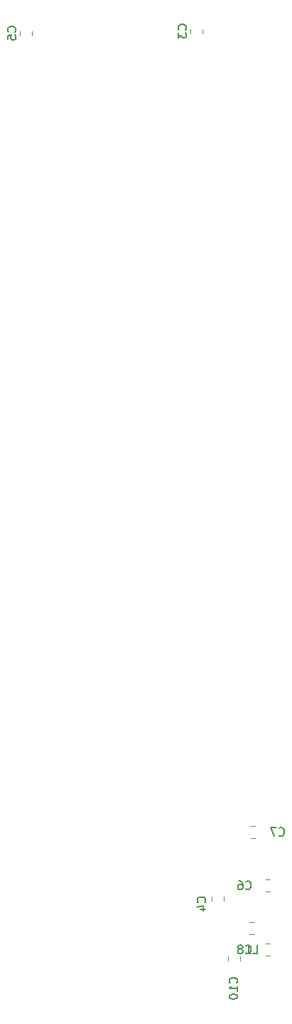
<source format=gbr>
%TF.GenerationSoftware,KiCad,Pcbnew,(5.1.6)-1*%
%TF.CreationDate,2021-02-21T22:15:12-05:00*%
%TF.ProjectId,Logic,4c6f6769-632e-46b6-9963-61645f706362,rev?*%
%TF.SameCoordinates,Original*%
%TF.FileFunction,Legend,Bot*%
%TF.FilePolarity,Positive*%
%FSLAX46Y46*%
G04 Gerber Fmt 4.6, Leading zero omitted, Abs format (unit mm)*
G04 Created by KiCad (PCBNEW (5.1.6)-1) date 2021-02-21 22:15:12*
%MOMM*%
%LPD*%
G01*
G04 APERTURE LIST*
%ADD10C,0.120000*%
%ADD11C,0.150000*%
G04 APERTURE END LIST*
D10*
%TO.C,C4*%
X163270000Y-126236252D02*
X163270000Y-125713748D01*
X161850000Y-126236252D02*
X161850000Y-125713748D01*
%TO.C,C3*%
X159310000Y-22598748D02*
X159310000Y-23121252D01*
X160730000Y-22598748D02*
X160730000Y-23121252D01*
%TO.C,C5*%
X138990000Y-22843748D02*
X138990000Y-23366252D01*
X140410000Y-22843748D02*
X140410000Y-23366252D01*
%TO.C,C6*%
X168258748Y-125170000D02*
X168781252Y-125170000D01*
X168258748Y-123750000D02*
X168781252Y-123750000D01*
%TO.C,C7*%
X167021252Y-117400000D02*
X166498748Y-117400000D01*
X167021252Y-118820000D02*
X166498748Y-118820000D01*
%TO.C,C8*%
X168258748Y-132790000D02*
X168781252Y-132790000D01*
X168258748Y-131370000D02*
X168781252Y-131370000D01*
%TO.C,C10*%
X165175000Y-132843748D02*
X165175000Y-133366252D01*
X163755000Y-132843748D02*
X163755000Y-133366252D01*
%TO.C,L1*%
X166353748Y-128830000D02*
X166876252Y-128830000D01*
X166353748Y-130250000D02*
X166876252Y-130250000D01*
%TO.C,C4*%
D11*
X161012142Y-126443333D02*
X161059761Y-126395714D01*
X161107380Y-126252857D01*
X161107380Y-126157619D01*
X161059761Y-126014761D01*
X160964523Y-125919523D01*
X160869285Y-125871904D01*
X160678809Y-125824285D01*
X160535952Y-125824285D01*
X160345476Y-125871904D01*
X160250238Y-125919523D01*
X160155000Y-126014761D01*
X160107380Y-126157619D01*
X160107380Y-126252857D01*
X160155000Y-126395714D01*
X160202619Y-126443333D01*
X160440714Y-127300476D02*
X161107380Y-127300476D01*
X160059761Y-127062380D02*
X160774047Y-126824285D01*
X160774047Y-127443333D01*
%TO.C,C3*%
X158727142Y-22693333D02*
X158774761Y-22645714D01*
X158822380Y-22502857D01*
X158822380Y-22407619D01*
X158774761Y-22264761D01*
X158679523Y-22169523D01*
X158584285Y-22121904D01*
X158393809Y-22074285D01*
X158250952Y-22074285D01*
X158060476Y-22121904D01*
X157965238Y-22169523D01*
X157870000Y-22264761D01*
X157822380Y-22407619D01*
X157822380Y-22502857D01*
X157870000Y-22645714D01*
X157917619Y-22693333D01*
X157822380Y-23026666D02*
X157822380Y-23645714D01*
X158203333Y-23312380D01*
X158203333Y-23455238D01*
X158250952Y-23550476D01*
X158298571Y-23598095D01*
X158393809Y-23645714D01*
X158631904Y-23645714D01*
X158727142Y-23598095D01*
X158774761Y-23550476D01*
X158822380Y-23455238D01*
X158822380Y-23169523D01*
X158774761Y-23074285D01*
X158727142Y-23026666D01*
%TO.C,C5*%
X138407142Y-22938333D02*
X138454761Y-22890714D01*
X138502380Y-22747857D01*
X138502380Y-22652619D01*
X138454761Y-22509761D01*
X138359523Y-22414523D01*
X138264285Y-22366904D01*
X138073809Y-22319285D01*
X137930952Y-22319285D01*
X137740476Y-22366904D01*
X137645238Y-22414523D01*
X137550000Y-22509761D01*
X137502380Y-22652619D01*
X137502380Y-22747857D01*
X137550000Y-22890714D01*
X137597619Y-22938333D01*
X137502380Y-23843095D02*
X137502380Y-23366904D01*
X137978571Y-23319285D01*
X137930952Y-23366904D01*
X137883333Y-23462142D01*
X137883333Y-23700238D01*
X137930952Y-23795476D01*
X137978571Y-23843095D01*
X138073809Y-23890714D01*
X138311904Y-23890714D01*
X138407142Y-23843095D01*
X138454761Y-23795476D01*
X138502380Y-23700238D01*
X138502380Y-23462142D01*
X138454761Y-23366904D01*
X138407142Y-23319285D01*
%TO.C,C6*%
X165901666Y-124817142D02*
X165949285Y-124864761D01*
X166092142Y-124912380D01*
X166187380Y-124912380D01*
X166330238Y-124864761D01*
X166425476Y-124769523D01*
X166473095Y-124674285D01*
X166520714Y-124483809D01*
X166520714Y-124340952D01*
X166473095Y-124150476D01*
X166425476Y-124055238D01*
X166330238Y-123960000D01*
X166187380Y-123912380D01*
X166092142Y-123912380D01*
X165949285Y-123960000D01*
X165901666Y-124007619D01*
X165044523Y-123912380D02*
X165235000Y-123912380D01*
X165330238Y-123960000D01*
X165377857Y-124007619D01*
X165473095Y-124150476D01*
X165520714Y-124340952D01*
X165520714Y-124721904D01*
X165473095Y-124817142D01*
X165425476Y-124864761D01*
X165330238Y-124912380D01*
X165139761Y-124912380D01*
X165044523Y-124864761D01*
X164996904Y-124817142D01*
X164949285Y-124721904D01*
X164949285Y-124483809D01*
X164996904Y-124388571D01*
X165044523Y-124340952D01*
X165139761Y-124293333D01*
X165330238Y-124293333D01*
X165425476Y-124340952D01*
X165473095Y-124388571D01*
X165520714Y-124483809D01*
%TO.C,C7*%
X169856666Y-118467142D02*
X169904285Y-118514761D01*
X170047142Y-118562380D01*
X170142380Y-118562380D01*
X170285238Y-118514761D01*
X170380476Y-118419523D01*
X170428095Y-118324285D01*
X170475714Y-118133809D01*
X170475714Y-117990952D01*
X170428095Y-117800476D01*
X170380476Y-117705238D01*
X170285238Y-117610000D01*
X170142380Y-117562380D01*
X170047142Y-117562380D01*
X169904285Y-117610000D01*
X169856666Y-117657619D01*
X169523333Y-117562380D02*
X168856666Y-117562380D01*
X169285238Y-118562380D01*
%TO.C,C8*%
X165901666Y-132437142D02*
X165949285Y-132484761D01*
X166092142Y-132532380D01*
X166187380Y-132532380D01*
X166330238Y-132484761D01*
X166425476Y-132389523D01*
X166473095Y-132294285D01*
X166520714Y-132103809D01*
X166520714Y-131960952D01*
X166473095Y-131770476D01*
X166425476Y-131675238D01*
X166330238Y-131580000D01*
X166187380Y-131532380D01*
X166092142Y-131532380D01*
X165949285Y-131580000D01*
X165901666Y-131627619D01*
X165330238Y-131960952D02*
X165425476Y-131913333D01*
X165473095Y-131865714D01*
X165520714Y-131770476D01*
X165520714Y-131722857D01*
X165473095Y-131627619D01*
X165425476Y-131580000D01*
X165330238Y-131532380D01*
X165139761Y-131532380D01*
X165044523Y-131580000D01*
X164996904Y-131627619D01*
X164949285Y-131722857D01*
X164949285Y-131770476D01*
X164996904Y-131865714D01*
X165044523Y-131913333D01*
X165139761Y-131960952D01*
X165330238Y-131960952D01*
X165425476Y-132008571D01*
X165473095Y-132056190D01*
X165520714Y-132151428D01*
X165520714Y-132341904D01*
X165473095Y-132437142D01*
X165425476Y-132484761D01*
X165330238Y-132532380D01*
X165139761Y-132532380D01*
X165044523Y-132484761D01*
X164996904Y-132437142D01*
X164949285Y-132341904D01*
X164949285Y-132151428D01*
X164996904Y-132056190D01*
X165044523Y-132008571D01*
X165139761Y-131960952D01*
%TO.C,C10*%
X164822142Y-136027142D02*
X164869761Y-135979523D01*
X164917380Y-135836666D01*
X164917380Y-135741428D01*
X164869761Y-135598571D01*
X164774523Y-135503333D01*
X164679285Y-135455714D01*
X164488809Y-135408095D01*
X164345952Y-135408095D01*
X164155476Y-135455714D01*
X164060238Y-135503333D01*
X163965000Y-135598571D01*
X163917380Y-135741428D01*
X163917380Y-135836666D01*
X163965000Y-135979523D01*
X164012619Y-136027142D01*
X164917380Y-136979523D02*
X164917380Y-136408095D01*
X164917380Y-136693809D02*
X163917380Y-136693809D01*
X164060238Y-136598571D01*
X164155476Y-136503333D01*
X164203095Y-136408095D01*
X163917380Y-137598571D02*
X163917380Y-137693809D01*
X163965000Y-137789047D01*
X164012619Y-137836666D01*
X164107857Y-137884285D01*
X164298333Y-137931904D01*
X164536428Y-137931904D01*
X164726904Y-137884285D01*
X164822142Y-137836666D01*
X164869761Y-137789047D01*
X164917380Y-137693809D01*
X164917380Y-137598571D01*
X164869761Y-137503333D01*
X164822142Y-137455714D01*
X164726904Y-137408095D01*
X164536428Y-137360476D01*
X164298333Y-137360476D01*
X164107857Y-137408095D01*
X164012619Y-137455714D01*
X163965000Y-137503333D01*
X163917380Y-137598571D01*
%TO.C,L1*%
X166781666Y-132532380D02*
X167257857Y-132532380D01*
X167257857Y-131532380D01*
X165924523Y-132532380D02*
X166495952Y-132532380D01*
X166210238Y-132532380D02*
X166210238Y-131532380D01*
X166305476Y-131675238D01*
X166400714Y-131770476D01*
X166495952Y-131818095D01*
%TD*%
M02*

</source>
